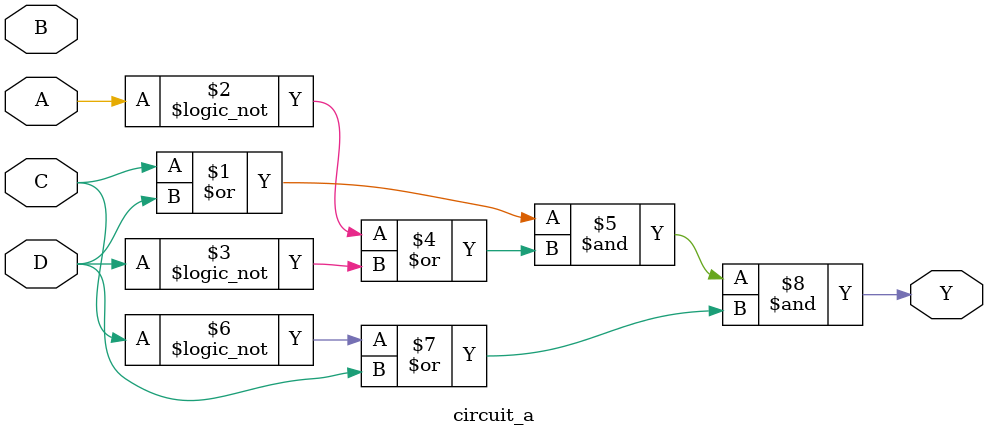
<source format=v>
module circuit_a(
    // Declare inputs
    input A, B, C, D,
    output Y
    // Declare Y output
);

    // Enter logic equation here
    assign Y = ( C | D ) & ( !A | !D ) & ( !C | D );
    

endmodule

</source>
